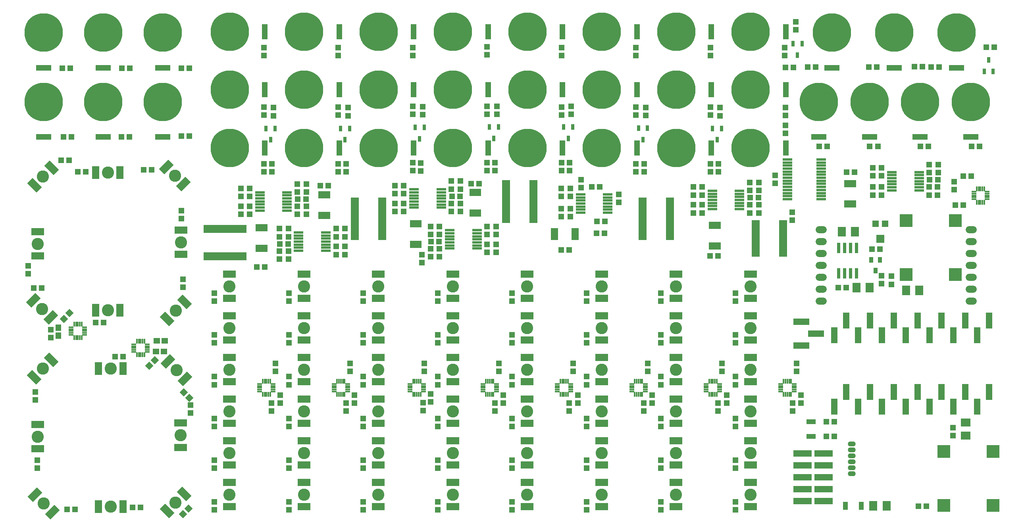
<source format=gbr>
G04 DipTrace 3.3.1.1*
G04 BottomMask.gbr*
%MOIN*%
G04 #@! TF.FileFunction,Soldermask,Bot*
G04 #@! TF.Part,Single*
%AMOUTLINE1*
4,1,4,
0.025591,0.023622,
0.025591,-0.023622,
-0.025591,-0.023622,
-0.025591,0.023622,
0.025591,0.023622,
0*%
%AMOUTLINE4*
4,1,4,
0.023622,-0.025591,
-0.023622,-0.025591,
-0.023622,0.025591,
0.023622,0.025591,
0.023622,-0.025591,
0*%
%AMOUTLINE7*
4,1,4,
-0.025591,-0.023622,
-0.025591,0.023622,
0.025591,0.023622,
0.025591,-0.023622,
-0.025591,-0.023622,
0*%
%AMOUTLINE10*
4,1,4,
-0.001392,-0.034799,
-0.034799,-0.001392,
0.001392,0.034799,
0.034799,0.001392,
-0.001392,-0.034799,
0*%
%AMOUTLINE13*
4,1,4,
0.034799,-0.001392,
0.001392,-0.034799,
-0.034799,0.001392,
-0.001392,0.034799,
0.034799,-0.001392,
0*%
%AMOUTLINE16*
4,1,4,
-0.034799,0.001392,
-0.001392,0.034799,
0.034799,-0.001392,
0.001392,-0.034799,
-0.034799,0.001392,
0*%
%AMOUTLINE25*
4,1,4,
-0.016703,-0.061245,
-0.061245,-0.016703,
0.016703,0.061245,
0.061245,0.016703,
-0.016703,-0.061245,
0*%
%AMOUTLINE28*
4,1,16,
0.013239,-0.007874,
0.016257,-0.007185,
0.019029,-0.004972,
0.020571,-0.001777,
0.020571,0.001777,
0.019029,0.004972,
0.016257,0.007185,
0.013239,0.007874,
-0.013239,0.007874,
-0.016257,0.007185,
-0.019029,0.004972,
-0.020571,0.001777,
-0.020571,-0.001777,
-0.019029,-0.004972,
-0.016257,-0.007185,
-0.013239,-0.007874,
0.013239,-0.007874,
0*%
%AMOUTLINE31*
4,1,16,
0.007874,0.013239,
0.007185,0.016257,
0.004972,0.019029,
0.001777,0.020571,
-0.001777,0.020571,
-0.004972,0.019029,
-0.007185,0.016257,
-0.007874,0.013239,
-0.007874,-0.013239,
-0.007185,-0.016257,
-0.004972,-0.019029,
-0.001777,-0.020571,
0.001777,-0.020571,
0.004972,-0.019029,
0.007185,-0.016257,
0.007874,-0.013239,
0.007874,0.013239,
0*%
%AMOUTLINE253*
4,1,4,
-0.061245,0.016703,
-0.016703,0.061245,
0.061245,-0.016703,
0.016703,-0.061245,
-0.061245,0.016703,
0*%
%AMOUTLINE256*
4,1,4,
0.061245,-0.016703,
0.016703,-0.061245,
-0.061245,0.016703,
-0.016703,0.061245,
0.061245,-0.016703,
0*%
%ADD56C,0.102362*%
%ADD58C,0.102373*%
%ADD59C,0.10237*%
%ADD67R,0.062992X0.110236*%
%ADD69R,0.110236X0.062992*%
%ADD71O,0.015748X0.041339*%
%ADD73O,0.041339X0.015748*%
%ADD75R,0.057874X0.133071*%
%ADD77R,0.07874X0.023622*%
%ADD79R,0.031496X0.086614*%
%ADD81R,0.106299X0.106299*%
%ADD85O,0.066929X0.043307*%
%ADD87R,0.070866X0.066929*%
%ADD89R,0.055118X0.055118*%
%ADD91R,0.031496X0.047244*%
%ADD93R,0.033465X0.049213*%
%ADD95R,0.133071X0.057874*%
%ADD97R,0.152756X0.057874*%
%ADD99R,0.047244X0.125984*%
%ADD101R,0.125984X0.047244*%
%ADD105C,0.322835*%
%ADD107R,0.025591X0.065945*%
%ADD109R,0.062992X0.019685*%
%ADD111R,0.019685X0.062992*%
%ADD113R,0.019685X0.041339*%
%ADD115R,0.065945X0.025591*%
%ADD118O,0.094488X0.059055*%
%ADD120R,0.03937X0.070866*%
%ADD122R,0.051181X0.047244*%
%ADD124R,0.070866X0.07874*%
%ADD126R,0.047244X0.051181*%
%ADD128R,0.07874X0.070866*%
%ADD135OUTLINE1*%
%ADD138OUTLINE4*%
%ADD141OUTLINE7*%
%ADD144OUTLINE10*%
%ADD147OUTLINE13*%
%ADD150OUTLINE16*%
%ADD159OUTLINE25*%
%ADD162OUTLINE28*%
%ADD165OUTLINE31*%
%ADD387OUTLINE253*%
%ADD390OUTLINE256*%
%FSLAX26Y26*%
G04*
G70*
G90*
G75*
G01*
G04 BotMask*
%LPD*%
D128*
X-358021Y1056251D3*
Y1166487D3*
D126*
X-464272Y1056252D3*
Y1123181D3*
D124*
X-856890Y2276134D3*
X-746654D3*
D126*
X-980807Y2329037D3*
Y2395966D3*
D124*
X-1399606Y2769686D3*
X-1289370D3*
D122*
X-689272Y462501D3*
X-756201D3*
D124*
X-1133021Y468752D3*
X-1022785D3*
D126*
X-1958021Y3243751D3*
Y3176822D3*
D122*
X-1429528Y2301526D3*
X-1362598D3*
D126*
X-453346Y3122786D3*
Y3189715D3*
D122*
X-376772Y2993751D3*
X-443701D3*
D124*
X-1273228Y2301576D3*
X-1162992D3*
D126*
X-6153004Y1597276D3*
Y1664205D3*
X-5528004Y1597276D3*
Y1664205D3*
X-4903004Y1597276D3*
Y1664205D3*
X-4278004Y1597276D3*
Y1664205D3*
X-3653004Y1597276D3*
Y1664205D3*
X-3028004Y1597276D3*
Y1664205D3*
X-2403004Y1597276D3*
Y1664205D3*
X-1778004Y1597276D3*
Y1664205D3*
X-8042348Y1881462D3*
Y1948391D3*
D135*
X-7151772Y1854627D3*
X-7084843D3*
D126*
X-6115504Y1397276D3*
Y1330346D3*
X-5490504Y1397276D3*
Y1330346D3*
X-4851772Y1406251D3*
Y1339322D3*
X-4240504Y1397276D3*
Y1330346D3*
X-3615504Y1397276D3*
Y1330346D3*
X-2990504Y1397276D3*
Y1330346D3*
X-2365504Y1397276D3*
Y1330346D3*
X-1740504Y1397276D3*
Y1330346D3*
X-4923228Y2578741D3*
Y2511812D3*
D122*
X-3753986Y2618751D3*
X-3687056D3*
X-4510236Y3175001D3*
X-4443307D3*
X-2437056Y2568751D3*
X-2503986D3*
X-6243307Y2475000D3*
X-6310236D3*
X-5778987Y3156252D3*
X-5712058D3*
X-1358268Y3269686D3*
X-1291339D3*
X-4672736Y3068752D3*
X-4605807D3*
D126*
X-3271654Y3017718D3*
Y3084647D3*
D122*
X-4780807Y2687500D3*
X-4847736D3*
X-2166487Y3056252D3*
X-2099558D3*
X-5966486Y3043751D3*
X-5899556D3*
X-6049558Y2668751D3*
X-6116487D3*
X-659843Y3206252D3*
X-592913D3*
D138*
X-7979356Y1897210D3*
Y1964139D3*
D141*
X-7158022Y1762501D3*
X-7091093D3*
D120*
X-1234154Y467619D3*
X-1368012D3*
D118*
X-1570522Y2187500D3*
Y2287500D3*
Y2387500D3*
Y2487500D3*
Y2587500D3*
Y2687500D3*
Y2787500D3*
X-310680D3*
Y2687500D3*
Y2587500D3*
Y2487500D3*
Y2387500D3*
Y2287500D3*
Y2187500D3*
D115*
X-1889764Y2854332D3*
Y2828741D3*
Y2803151D3*
Y2777560D3*
Y2751970D3*
Y2726379D3*
Y2700789D3*
Y2675198D3*
Y2649608D3*
Y2624017D3*
Y2598427D3*
Y2572836D3*
X-2121102D3*
Y2598427D3*
Y2624017D3*
Y2649608D3*
Y2675198D3*
Y2700789D3*
Y2726379D3*
Y2751970D3*
Y2777560D3*
Y2803151D3*
Y2828741D3*
Y2854332D3*
D113*
X-1626772Y1050001D3*
X-1646457D3*
X-1666142D3*
X-1685827D3*
Y1174017D3*
X-1666142D3*
X-1646457D3*
X-1626772D3*
D111*
X-4937402Y2663387D3*
X-4957087D3*
X-4976772D3*
X-4996457D3*
X-5016142D3*
Y2836615D3*
X-4996457D3*
X-4976772D3*
X-4957087D3*
X-4937402D3*
D109*
X-3811024Y2710631D3*
Y2730316D3*
Y2750001D3*
Y2769686D3*
Y2789371D3*
X-3637795D3*
Y2769686D3*
Y2750001D3*
Y2730316D3*
Y2710631D3*
D111*
X-4516142Y3099114D3*
X-4496457D3*
X-4476772D3*
X-4457087D3*
X-4437402D3*
Y2925886D3*
X-4457087D3*
X-4476772D3*
X-4496457D3*
X-4516142D3*
X-2424902Y2650888D3*
X-2444587D3*
X-2464272D3*
X-2483957D3*
X-2503642D3*
Y2824117D3*
X-2483957D3*
X-2464272D3*
X-2444587D3*
X-2424902D3*
X-6231151Y2632138D3*
X-6250836D3*
X-6270521D3*
X-6290206D3*
X-6309891D3*
Y2805366D3*
X-6290206D3*
X-6270521D3*
X-6250836D3*
X-6231151D3*
X-5784892Y3080365D3*
X-5765207D3*
X-5745522D3*
X-5725837D3*
X-5706152D3*
Y2907136D3*
X-5725837D3*
X-5745522D3*
X-5765207D3*
X-5784892D3*
X-1368260Y3175642D3*
X-1348575D3*
X-1328890D3*
X-1309205D3*
X-1289520D3*
Y3002413D3*
X-1309205D3*
X-1328890D3*
X-1348575D3*
X-1368260D3*
D115*
X-5489272Y2712501D3*
Y2738092D3*
Y2763682D3*
Y2789273D3*
Y2814864D3*
Y2840454D3*
Y2866045D3*
Y2891635D3*
Y2917226D3*
Y2942816D3*
Y2968407D3*
Y2993997D3*
Y3019588D3*
Y3045178D3*
X-5257933D3*
Y3019588D3*
Y2993997D3*
Y2968407D3*
Y2942816D3*
Y2917226D3*
Y2891635D3*
Y2866045D3*
Y2840454D3*
Y2814864D3*
Y2789273D3*
Y2763682D3*
Y2738092D3*
Y2712501D3*
X-4218504Y2858269D3*
Y2883860D3*
Y2909450D3*
Y2935041D3*
Y2960631D3*
Y2986222D3*
Y3011812D3*
Y3037403D3*
Y3062993D3*
Y3088584D3*
Y3114175D3*
Y3139765D3*
Y3165356D3*
Y3190946D3*
X-3987165D3*
Y3165356D3*
Y3139765D3*
Y3114175D3*
Y3088584D3*
Y3062993D3*
Y3037403D3*
Y3011812D3*
Y2986222D3*
Y2960631D3*
Y2935041D3*
Y2909450D3*
Y2883860D3*
Y2858269D3*
X-3072835Y2712600D3*
Y2738190D3*
Y2763781D3*
Y2789371D3*
Y2814962D3*
Y2840552D3*
Y2866143D3*
Y2891734D3*
Y2917324D3*
Y2942915D3*
Y2968505D3*
Y2994096D3*
Y3019686D3*
Y3045277D3*
X-2841496D3*
Y3019686D3*
Y2994096D3*
Y2968505D3*
Y2942915D3*
Y2917324D3*
Y2891734D3*
Y2866143D3*
Y2840552D3*
Y2814962D3*
Y2789371D3*
Y2763781D3*
Y2738190D3*
Y2712600D3*
D107*
X-6745521Y2793751D3*
X-6719930D3*
X-6694340D3*
X-6668749D3*
X-6643159D3*
X-6617568D3*
X-6591978D3*
X-6566387D3*
X-6540797D3*
X-6515206D3*
X-6489615D3*
X-6464025D3*
X-6438434D3*
X-6412844D3*
Y2562412D3*
X-6438434D3*
X-6464025D3*
X-6489615D3*
X-6515206D3*
X-6540797D3*
X-6566387D3*
X-6591978D3*
X-6617568D3*
X-6643159D3*
X-6668749D3*
X-6694340D3*
X-6719930D3*
X-6745521D3*
D105*
X-1590354Y3862206D3*
D101*
Y3566930D3*
D105*
X-740353Y3862206D3*
D101*
Y3566930D3*
D105*
X-8101772Y4442915D3*
D101*
Y4147639D3*
D105*
Y3862206D3*
D101*
Y3566930D3*
D105*
X-7601772Y4442915D3*
D101*
Y4147639D3*
D105*
Y3862206D3*
D101*
Y3566930D3*
D105*
X-6539272Y3962501D3*
D99*
X-6243996D3*
D105*
X-5914272D3*
D99*
X-5618996D3*
D105*
X-5289272D3*
D99*
X-4993996D3*
D105*
X-4664272D3*
D99*
X-4368996D3*
D105*
X-6539272Y4450001D3*
D99*
X-6243996D3*
D105*
X-5914272D3*
D99*
X-5618996D3*
D105*
X-5289272D3*
D99*
X-4993996D3*
D105*
X-4664272D3*
D99*
X-4368996D3*
D105*
X-1165354Y3862206D3*
D101*
Y3566930D3*
D105*
X-315353Y3862206D3*
D101*
Y3566930D3*
D105*
X-1480118Y4442915D3*
D101*
Y4147639D3*
D105*
X-956693Y4442915D3*
D101*
Y4147639D3*
D105*
X-7101772Y4442915D3*
D101*
Y4147639D3*
D105*
Y3862206D3*
D101*
Y3566930D3*
D105*
X-4039272Y3962501D3*
D99*
X-3743996D3*
D105*
X-3414272D3*
D99*
X-3118996D3*
D105*
X-2789272D3*
D99*
X-2493996D3*
D105*
X-2164272D3*
D99*
X-1868996D3*
D105*
X-4039272Y4450001D3*
D99*
X-3743996D3*
D105*
X-3414272D3*
D99*
X-3118996D3*
D105*
X-2789272D3*
D99*
X-2493996D3*
D105*
X-2164272D3*
D99*
X-1868996D3*
D105*
X-6539272Y3475001D3*
D99*
X-6243996D3*
D105*
X-5914272D3*
D99*
X-5618996D3*
D105*
X-5289272D3*
D99*
X-4993996D3*
D105*
X-4664272D3*
D99*
X-4368996D3*
D105*
X-4039272D3*
D99*
X-3743996D3*
D105*
X-3414272D3*
D99*
X-3118996D3*
D105*
X-2789272D3*
D99*
X-2493996D3*
D105*
X-2164272D3*
D99*
X-1868996D3*
D105*
X-433268Y4442915D3*
D101*
Y4147639D3*
D97*
X-1551770Y906252D3*
Y806252D3*
Y706252D3*
Y606252D3*
Y506252D3*
X-1726573D3*
Y606252D3*
Y706252D3*
Y806252D3*
Y906252D3*
D95*
X-1739272Y2012501D3*
X-1614075Y1912501D3*
X-1739272Y1812501D3*
D93*
X-1151575Y2533466D3*
X-1076772D3*
X-1114173Y2442915D3*
D91*
X-6233021Y3637501D3*
X-6157824D3*
X-6195423Y3543013D3*
X-5608021Y3637501D3*
X-5532824D3*
X-5570423Y3543013D3*
X-4980806Y3645967D3*
X-4905609D3*
X-4943207Y3551479D3*
X-4358021Y3650001D3*
X-4282824D3*
X-4320423Y3555513D3*
X-3733021Y3650001D3*
X-3657824D3*
X-3695423Y3555513D3*
X-3105807Y3639717D3*
X-3030610D3*
X-3068209Y3545228D3*
X-2483022Y3637501D3*
X-2407825D3*
X-2445424Y3543013D3*
X-1808021Y4350001D3*
X-1732824D3*
X-1770423Y4255513D3*
X-126772Y4118752D3*
X-201969D3*
X-164370Y4213240D3*
D122*
X-1814272Y2868751D3*
Y2935680D3*
D126*
X-1526772Y1050001D3*
X-1459843D3*
X-1526772Y1175001D3*
X-1459843D3*
D122*
X-6251772Y3275001D3*
Y3341930D3*
X-5626772Y3275001D3*
Y3341930D3*
X-5001772Y3283072D3*
Y3350001D3*
X-4376772Y3283072D3*
Y3350001D3*
X-1064961Y2332678D3*
Y2399608D3*
D126*
X-1145669Y2624017D3*
X-1078740D3*
X-378543Y3238928D3*
X-311614D3*
D122*
X-3751772Y3283072D3*
Y3350001D3*
X-3126772Y3275001D3*
Y3341930D3*
X-2501772Y3275001D3*
Y3341930D3*
X-1870079Y3665356D3*
Y3598427D3*
D126*
X-647244Y4155415D3*
X-580315D3*
X-1521259Y3487895D3*
X-1588188D3*
X-671259D3*
X-738188D3*
X-7876772Y4144096D3*
X-7943701D3*
X-7868307Y3566537D3*
X-7935236D3*
X-7376772Y4144096D3*
X-7443701D3*
X-7380807Y3566537D3*
X-7447736D3*
D122*
X-6251772Y3750001D3*
Y3816930D3*
X-5626772Y3750001D3*
Y3816930D3*
X-5001772Y3758072D3*
Y3825001D3*
X-4376772Y3758072D3*
Y3825001D3*
X-6251772Y4250001D3*
Y4316930D3*
X-5626772Y4250001D3*
Y4316930D3*
X-5001772Y4250001D3*
Y4316930D3*
X-4376772Y4258072D3*
Y4325001D3*
D126*
X-1096259Y3487895D3*
X-1163188D3*
X-240008Y3487894D3*
X-306937D3*
X-1686024Y4155415D3*
X-1619094D3*
X-1170669D3*
X-1103740D3*
X-6876772Y4144096D3*
X-6943701D3*
X-6876772Y3575001D3*
X-6943701D3*
D122*
X-3751772Y3750001D3*
Y3816930D3*
X-3126772Y3750001D3*
Y3816930D3*
X-2501772Y3750001D3*
Y3816930D3*
X-1872047Y3748033D3*
Y3814962D3*
X-3751772Y4250001D3*
Y4316930D3*
X-3126772Y4250001D3*
Y4316930D3*
X-2501772Y4250001D3*
Y4316930D3*
X-1876772Y4250001D3*
Y4316930D3*
X-4676772Y2941537D3*
Y3008466D3*
D126*
X-3387795Y2858269D3*
X-3454724D3*
D122*
X-4776772Y2814715D3*
Y2747786D3*
X-2170521Y2929038D3*
Y2995967D3*
X-5970521Y2916535D3*
Y2983465D3*
X-6045521Y2795966D3*
Y2729037D3*
X-663878Y3079037D3*
Y3145966D3*
X-4601772Y3008466D3*
Y2941537D3*
D126*
X-3456693Y2755907D3*
X-3389764D3*
D122*
X-4851772Y2747786D3*
Y2814715D3*
X-2095521Y2995967D3*
Y2929038D3*
X-5895522Y2983465D3*
Y2916535D3*
X-6120521Y2729037D3*
Y2795966D3*
X-595129Y3145966D3*
Y3079037D3*
X-6186469Y1263811D3*
Y1330740D3*
X-5561469Y1263811D3*
Y1330740D3*
X-4914272Y1268749D3*
Y1335678D3*
X-4311469Y1263811D3*
Y1330740D3*
X-3686469Y1263811D3*
Y1330740D3*
X-3061469Y1263811D3*
Y1330740D3*
X-2436469Y1263811D3*
Y1330740D3*
X-1811469Y1263811D3*
Y1330740D3*
X-6667571Y434430D3*
Y501360D3*
X-6042571Y434430D3*
Y501360D3*
X-5417571Y434430D3*
Y501360D3*
X-4792571Y434430D3*
Y501360D3*
X-4167571Y434430D3*
Y501360D3*
X-3542571Y434430D3*
Y501360D3*
X-2917571Y434430D3*
Y501360D3*
X-2292571Y434430D3*
Y501360D3*
X-6667571Y784844D3*
Y851773D3*
X-6042571Y784844D3*
Y851773D3*
X-5417571Y784844D3*
Y851773D3*
X-4792571Y784844D3*
Y851773D3*
X-4167571Y784844D3*
Y851773D3*
X-3542571Y784844D3*
Y851773D3*
X-2917571Y784844D3*
Y851773D3*
X-2292571Y784844D3*
Y851773D3*
X-6667571Y1135257D3*
Y1202186D3*
X-6042571Y1135257D3*
Y1202186D3*
X-5417571Y1135257D3*
Y1202186D3*
X-4792571Y1135257D3*
Y1202186D3*
X-4167571Y1135257D3*
Y1202186D3*
X-3542571Y1135257D3*
Y1202186D3*
X-2917571Y1135257D3*
Y1202186D3*
X-2292571Y1135257D3*
Y1202186D3*
X-6667571Y1485671D3*
Y1552600D3*
X-6042571Y1485671D3*
Y1552600D3*
X-5417571Y1485671D3*
Y1552600D3*
X-4792571Y1485671D3*
Y1552600D3*
X-4167571Y1485671D3*
Y1552600D3*
X-3542571Y1485671D3*
Y1552600D3*
X-2917571Y1485671D3*
Y1552600D3*
X-2292571Y1485671D3*
Y1552600D3*
X-6667571Y1836084D3*
Y1903013D3*
X-6042571Y1836084D3*
Y1903013D3*
X-5417571Y1836084D3*
Y1903013D3*
X-4792571Y1836084D3*
Y1903013D3*
X-4167571Y1836084D3*
Y1903013D3*
X-3542571Y1836084D3*
Y1903013D3*
X-2917571Y1836084D3*
Y1903013D3*
X-2292571Y1836084D3*
Y1903013D3*
X-6667571Y2186497D3*
Y2253427D3*
X-6042571Y2186497D3*
Y2253427D3*
X-5417571Y2186497D3*
Y2253427D3*
X-4792571Y2186497D3*
Y2253427D3*
X-4167571Y2186497D3*
Y2253427D3*
X-3542571Y2186497D3*
Y2253427D3*
X-2917571Y2186497D3*
Y2253427D3*
X-2292571Y2186497D3*
Y2253427D3*
X-6930143Y2371619D3*
Y2304690D3*
X-8170169Y1358029D3*
Y1424958D3*
D126*
X-7597466Y2007446D3*
X-7664395D3*
X-7502846Y1722202D3*
X-7435917D3*
X-8117151Y2298785D3*
X-8184080D3*
D144*
X-6876772Y1375000D3*
X-6924097Y1422325D3*
D122*
X-8231324Y2416895D3*
Y2483824D3*
X-6868988Y1312753D3*
Y1245824D3*
D126*
X-7814001Y3275163D3*
X-7747072D3*
X-7286311Y454486D3*
X-7353240D3*
X-7262820Y3290911D3*
X-7195891D3*
X-7837492Y438738D3*
X-7904421D3*
X-7888804Y3369651D3*
X-7955734D3*
D147*
X-6885129Y445416D3*
X-6932454Y398091D3*
D122*
X-6945891Y2946423D3*
Y2879493D3*
X-8154421Y783226D3*
Y850155D3*
X-5076772Y2941537D3*
Y3008466D3*
X-3678346Y2898378D3*
Y2965307D3*
X-4376772Y2814715D3*
Y2747786D3*
X-2570521Y2929038D3*
Y2995967D3*
X-6370521Y2916535D3*
Y2983465D3*
X-5645521Y2795966D3*
Y2729037D3*
X-1063878Y3079037D3*
Y3145966D3*
X-5151772Y3008466D3*
Y2941537D3*
X-3753346Y2965307D3*
Y2898378D3*
X-4301772Y2747786D3*
Y2814715D3*
X-2645522Y2995967D3*
Y2929038D3*
X-6445521Y2983465D3*
Y2916535D3*
X-5570522Y2729037D3*
Y2795966D3*
X-1138878Y3145966D3*
Y3079037D3*
X-5076772Y3158466D3*
Y3091537D3*
X-3678346Y3134056D3*
Y3067127D3*
X-4376772Y2597786D3*
Y2664715D3*
X-2570521Y3145967D3*
Y3079038D3*
X-6370521Y3133465D3*
Y3066535D3*
X-5645521Y2579037D3*
Y2645966D3*
X-1063878Y3308466D3*
Y3241537D3*
X-6170522Y3745572D3*
Y3812501D3*
X-5545524Y3745572D3*
Y3812501D3*
X-4918307Y3754038D3*
Y3820967D3*
X-4295524Y3758072D3*
Y3825001D3*
X-3670524Y3758072D3*
Y3825001D3*
X-3043307Y3747787D3*
Y3814717D3*
X-2420522Y3745572D3*
Y3812501D3*
X-1783021Y4468752D3*
Y4535681D3*
D126*
X-118307Y4320966D3*
X-185236D3*
D122*
X-6185236Y3272786D3*
Y3339715D3*
X-5560238Y3272786D3*
Y3339715D3*
X-4933021Y3281252D3*
Y3348181D3*
X-4310236Y3285286D3*
Y3352215D3*
X-3685236Y3285286D3*
Y3352215D3*
X-3058021Y3275001D3*
Y3341930D3*
X-2435236Y3272786D3*
Y3339715D3*
D126*
X-1870522Y4150001D3*
X-1803593D3*
X-789272Y4156252D3*
X-722343D3*
D122*
X-5151772Y3091537D3*
Y3158466D3*
X-3753346Y3067127D3*
Y3134056D3*
X-4301772Y2664715D3*
Y2597786D3*
X-2645522Y3079038D3*
Y3145967D3*
X-6445521Y3066535D3*
Y3133465D3*
X-5570522Y2579037D3*
Y2645966D3*
X-1138878Y3241537D3*
Y3308466D3*
X-4676772Y3195966D3*
Y3129037D3*
D126*
X-3431102Y3147639D3*
X-3498031D3*
D122*
X-4776772Y2560285D3*
Y2627214D3*
X-2170521Y3183466D3*
Y3116537D3*
X-5970521Y3170966D3*
Y3104037D3*
X-6045521Y2541537D3*
Y2608466D3*
X-663878Y3333466D3*
Y3266537D3*
X-4601772Y3129037D3*
Y3195966D3*
X-3588583Y3139765D3*
Y3206694D3*
X-4851772Y2627214D3*
Y2560285D3*
X-2095521Y3116537D3*
Y3183466D3*
X-5895522Y3104037D3*
Y3170966D3*
X-6120521Y2608466D3*
Y2541537D3*
X-588878Y3266537D3*
Y3333466D3*
D150*
X-7932112Y2038942D3*
X-7884786Y2086268D3*
X-7168201Y1690706D3*
X-7215526Y1643381D3*
D89*
X-1114272Y2837501D3*
D87*
X-1074902Y2710729D3*
D89*
X-1035531Y2837462D3*
D85*
X-1314272Y737500D3*
Y787500D3*
Y837500D3*
Y887500D3*
Y937500D3*
Y987500D3*
D81*
X-126772Y925000D3*
X-540157D3*
Y472244D3*
X-126772D3*
D79*
X-1423228Y2633860D3*
X-1373228D3*
X-1323228D3*
X-1273228D3*
Y2421261D3*
X-1323228D3*
X-1373228D3*
X-1423228D3*
D81*
X-445521Y2862501D3*
X-858907D3*
Y2409745D3*
X-445521D3*
D77*
X-1854970Y3044539D3*
Y3070130D3*
Y3095720D3*
Y3121311D3*
Y3146902D3*
Y3172492D3*
Y3198083D3*
Y3223673D3*
Y3249264D3*
Y3274854D3*
Y3300445D3*
Y3326035D3*
Y3351626D3*
Y3377217D3*
X-1571497D3*
X-1571505Y3351626D3*
Y3326035D3*
Y3300445D3*
Y3274854D3*
Y3249264D3*
Y3223673D3*
Y3198083D3*
Y3172492D3*
Y3146902D3*
Y3121311D3*
Y3095720D3*
Y3070130D3*
Y3044539D3*
D75*
X-161664Y1424165D3*
X-261655Y1299146D3*
X-361655Y1424146D3*
X-461655Y1299146D3*
X-561655Y1424146D3*
X-661655Y1299146D3*
X-761655Y1424146D3*
X-861655Y1299146D3*
X-961655Y1424146D3*
X-1061655Y1299146D3*
X-1161655Y1424146D3*
X-1261655Y1299146D3*
X-1361655Y1424146D3*
X-1461664Y1299165D3*
X-1461655Y1899146D3*
X-1361655Y2024146D3*
X-1261655Y1899146D3*
X-1161655Y2024146D3*
X-1061655Y1899146D3*
X-961655Y2024146D3*
X-861655Y1899146D3*
X-761655Y2024146D3*
X-661655Y1899146D3*
X-561655Y2024146D3*
X-461655Y1899146D3*
X-361655Y2024146D3*
X-261655Y1899146D3*
X-161664Y2024165D3*
D73*
X-289272Y3043751D3*
Y3059499D3*
Y3075247D3*
Y3090995D3*
Y3106743D3*
D71*
X-264469Y3131546D3*
X-248720D3*
X-232972D3*
X-217224D3*
X-201476D3*
D73*
X-176673Y3106743D3*
Y3090995D3*
Y3075247D3*
Y3059499D3*
Y3043751D3*
D71*
X-201476Y3018948D3*
X-217224D3*
X-232972D3*
X-248720D3*
X-264469D3*
D56*
X-6540849Y1612033D3*
D69*
Y1714401D3*
Y1509676D3*
D56*
X-5915849Y1612033D3*
D69*
Y1714401D3*
Y1509676D3*
D56*
X-5290849Y1612033D3*
D69*
Y1714401D3*
Y1509676D3*
D56*
X-4665849Y1612033D3*
D69*
Y1714401D3*
Y1509676D3*
D56*
X-4040849Y1612033D3*
D69*
Y1714401D3*
Y1509676D3*
D56*
X-3415849Y1612033D3*
D69*
Y1714401D3*
Y1509676D3*
D56*
X-2790849Y1612033D3*
D69*
Y1714401D3*
Y1509676D3*
D56*
X-2165849Y1612033D3*
D69*
Y1714401D3*
Y1509676D3*
D56*
X-6540849Y1262033D3*
D69*
Y1364401D3*
Y1159676D3*
D56*
X-5915849Y1262033D3*
D69*
Y1364401D3*
Y1159676D3*
D56*
X-5290849Y1262033D3*
D69*
Y1364401D3*
Y1159676D3*
D56*
X-4665849Y1262033D3*
D69*
Y1364401D3*
Y1159676D3*
D56*
X-4040849Y1262033D3*
D69*
Y1364401D3*
Y1159676D3*
D56*
X-3415849Y1262033D3*
D69*
Y1364401D3*
Y1159676D3*
D56*
X-2790849Y1262033D3*
D69*
Y1364401D3*
Y1159676D3*
D56*
X-2165849Y1262033D3*
D69*
Y1364401D3*
Y1159676D3*
D56*
X-6540849Y912033D3*
D69*
Y1014401D3*
Y809676D3*
D56*
X-5915849Y912033D3*
D69*
Y1014401D3*
Y809676D3*
D56*
X-5290849Y912033D3*
D69*
Y1014401D3*
Y809676D3*
D56*
X-4665849Y912033D3*
D69*
Y1014401D3*
Y809676D3*
D56*
X-4040849Y912033D3*
D69*
Y1014401D3*
Y809676D3*
D56*
X-3415849Y912033D3*
D69*
Y1014401D3*
Y809676D3*
D56*
X-2790849Y912033D3*
D69*
Y1014401D3*
Y809676D3*
D56*
X-2165849Y912033D3*
D69*
Y1014401D3*
Y809676D3*
D56*
X-6540849Y562033D3*
D69*
Y664401D3*
Y459676D3*
D56*
X-5915849Y562033D3*
D69*
Y664401D3*
Y459676D3*
D56*
X-5290849Y562033D3*
D69*
Y664401D3*
Y459676D3*
D56*
X-4665849Y562033D3*
D69*
Y664401D3*
Y459676D3*
D56*
X-4040849Y562033D3*
D69*
Y664401D3*
Y459676D3*
D56*
X-3415849Y562033D3*
D69*
Y664401D3*
Y459676D3*
D56*
X-2790849Y562033D3*
D69*
Y664401D3*
Y459676D3*
D56*
X-2165849Y562033D3*
D69*
Y664401D3*
Y459676D3*
D56*
X-8150157Y2668461D3*
D69*
Y2566093D3*
Y2770817D3*
D56*
X-6950155Y1061188D3*
D69*
Y1163555D3*
Y958831D3*
D58*
X-8114721Y2121618D3*
D159*
X-8187101Y2193999D3*
X-8042339Y2049236D3*
D58*
X-6985592Y1608030D3*
D159*
X-6913211Y1535650D3*
X-7057974Y1680412D3*
D59*
X-7562026Y2109807D3*
D67*
X-7664394D3*
X-7459670D3*
D59*
X-7538286Y1619841D3*
D67*
X-7435918D3*
X-7640643D3*
D162*
X-7869856Y1905084D3*
Y1920832D3*
Y1936580D3*
Y1952328D3*
Y1968076D3*
D165*
X-7845052Y1992879D3*
X-7829304D3*
X-7813556D3*
X-7797808D3*
X-7782060D3*
D162*
X-7757257Y1968076D3*
Y1952328D3*
Y1936580D3*
Y1920832D3*
Y1905084D3*
D165*
X-7782060Y1880281D3*
X-7797808D3*
X-7813556D3*
X-7829304D3*
X-7845052D3*
D162*
X-7230509Y1824564D3*
Y1808816D3*
Y1793068D3*
Y1777320D3*
Y1761572D3*
D165*
X-7255312Y1736769D3*
X-7271060D3*
X-7286808D3*
X-7302556D3*
X-7318304D3*
D162*
X-7343108Y1761572D3*
Y1777320D3*
Y1793068D3*
Y1808816D3*
Y1824564D3*
D165*
X-7318304Y1849367D3*
X-7302556D3*
X-7286808D3*
X-7271060D3*
X-7255312D3*
D58*
X-6991170Y2108294D3*
D387*
X-6918790Y2180675D3*
X-7063552Y2035912D3*
D58*
X-8109142Y1621354D3*
D387*
X-8181522Y1548974D3*
X-8036760Y1693736D3*
D56*
X-6947860Y2681470D3*
D69*
Y2783838D3*
Y2579113D3*
D56*
X-8152453Y1048178D3*
D69*
Y945811D3*
Y1150535D3*
D58*
X-8106854Y3234278D3*
D390*
X-8034474Y3306659D3*
X-8179236Y3161896D3*
D58*
X-6993458Y495370D3*
D390*
X-7065839Y422990D3*
X-6921076Y567752D3*
D58*
X-6999037Y3242153D3*
D159*
X-7071417Y3314533D3*
X-6926655Y3169770D3*
D58*
X-8101275Y487496D3*
D159*
X-8028895Y415115D3*
X-8173657Y559878D3*
D59*
X-7562026Y3267289D3*
D67*
X-7664394D3*
X-7459670D3*
D59*
X-7538286Y462360D3*
D67*
X-7435918D3*
X-7640643D3*
D73*
X-6173822Y1490681D3*
Y1474933D3*
Y1459185D3*
Y1443437D3*
Y1427689D3*
D71*
X-6198625Y1402886D3*
X-6214373D3*
X-6230121D3*
X-6245869D3*
X-6261617D3*
D73*
X-6286420Y1427689D3*
Y1443437D3*
Y1459185D3*
Y1474933D3*
Y1490681D3*
D71*
X-6261617Y1515484D3*
X-6245869D3*
X-6230121D3*
X-6214373D3*
X-6198625D3*
D73*
X-5548822Y1490681D3*
Y1474933D3*
Y1459185D3*
Y1443437D3*
Y1427689D3*
D71*
X-5573625Y1402886D3*
X-5589373D3*
X-5605121D3*
X-5620869D3*
X-5636617D3*
D73*
X-5661420Y1427689D3*
Y1443437D3*
Y1459185D3*
Y1474933D3*
Y1490681D3*
D71*
X-5636617Y1515484D3*
X-5620869D3*
X-5605121D3*
X-5589373D3*
X-5573625D3*
D73*
X-4911322Y1490681D3*
Y1474933D3*
Y1459185D3*
Y1443437D3*
Y1427689D3*
D71*
X-4936125Y1402886D3*
X-4951873D3*
X-4967621D3*
X-4983369D3*
X-4999117D3*
D73*
X-5023920Y1427689D3*
Y1443437D3*
Y1459185D3*
Y1474933D3*
Y1490681D3*
D71*
X-4999117Y1515484D3*
X-4983369D3*
X-4967621D3*
X-4951873D3*
X-4936125D3*
D73*
X-4298822Y1490681D3*
Y1474933D3*
Y1459185D3*
Y1443437D3*
Y1427689D3*
D71*
X-4323625Y1402886D3*
X-4339373D3*
X-4355121D3*
X-4370869D3*
X-4386617D3*
D73*
X-4411420Y1427689D3*
Y1443437D3*
Y1459185D3*
Y1474933D3*
Y1490681D3*
D71*
X-4386617Y1515484D3*
X-4370869D3*
X-4355121D3*
X-4339373D3*
X-4323625D3*
D73*
X-3673822Y1490681D3*
Y1474933D3*
Y1459185D3*
Y1443437D3*
Y1427689D3*
D71*
X-3698625Y1402886D3*
X-3714373D3*
X-3730121D3*
X-3745869D3*
X-3761617D3*
D73*
X-3786420Y1427689D3*
Y1443437D3*
Y1459185D3*
Y1474933D3*
Y1490681D3*
D71*
X-3761617Y1515484D3*
X-3745869D3*
X-3730121D3*
X-3714373D3*
X-3698625D3*
D73*
X-3048822Y1490681D3*
Y1474933D3*
Y1459185D3*
Y1443437D3*
Y1427689D3*
D71*
X-3073625Y1402886D3*
X-3089373D3*
X-3105121D3*
X-3120869D3*
X-3136617D3*
D73*
X-3161420Y1427689D3*
Y1443437D3*
Y1459185D3*
Y1474933D3*
Y1490681D3*
D71*
X-3136617Y1515484D3*
X-3120869D3*
X-3105121D3*
X-3089373D3*
X-3073625D3*
D73*
X-2423822Y1490681D3*
Y1474933D3*
Y1459185D3*
Y1443437D3*
Y1427689D3*
D71*
X-2448625Y1402886D3*
X-2464373D3*
X-2480121D3*
X-2495869D3*
X-2511617D3*
D73*
X-2536420Y1427689D3*
Y1443437D3*
Y1459185D3*
Y1474933D3*
Y1490681D3*
D71*
X-2511617Y1515484D3*
X-2495869D3*
X-2480121D3*
X-2464373D3*
X-2448625D3*
D73*
X-1798822Y1490681D3*
Y1474933D3*
Y1459185D3*
Y1443437D3*
Y1427689D3*
D71*
X-1823625Y1402886D3*
X-1839373D3*
X-1855121D3*
X-1870869D3*
X-1886617D3*
D73*
X-1911420Y1427689D3*
Y1443437D3*
Y1459185D3*
Y1474933D3*
Y1490681D3*
D71*
X-1886617Y1515484D3*
X-1870869D3*
X-1855121D3*
X-1839373D3*
X-1823625D3*
D77*
X-4990945Y2973230D3*
Y2998820D3*
Y3024411D3*
Y3050001D3*
Y3075592D3*
Y3101182D3*
X-4990937Y3126773D3*
X-4762598D3*
Y3101182D3*
Y3075592D3*
Y3050001D3*
Y3024411D3*
Y2998820D3*
Y2973230D3*
X-3592520Y2931104D3*
Y2956694D3*
Y2982285D3*
Y3007875D3*
Y3033466D3*
Y3059056D3*
X-3592512Y3084647D3*
X-3364173D3*
Y3059056D3*
Y3033466D3*
Y3007875D3*
Y2982285D3*
Y2956694D3*
Y2931104D3*
X-4462598Y2783022D3*
Y2757432D3*
Y2731841D3*
Y2706251D3*
Y2680660D3*
Y2655070D3*
X-4462606Y2629479D3*
X-4690945D3*
Y2655070D3*
Y2680660D3*
Y2706251D3*
Y2731841D3*
Y2757432D3*
Y2783022D3*
X-2484694Y2960730D3*
Y2986320D3*
Y3011911D3*
Y3037501D3*
Y3063092D3*
Y3088682D3*
X-2484686Y3114273D3*
X-2256348D3*
Y3088682D3*
Y3063092D3*
Y3037501D3*
Y3011911D3*
Y2986320D3*
Y2960730D3*
X-6284694Y2948230D3*
Y2973820D3*
Y2999411D3*
Y3025001D3*
Y3050592D3*
Y3076182D3*
X-6284686Y3101773D3*
X-6056348D3*
Y3076182D3*
Y3050592D3*
Y3025001D3*
Y2999411D3*
Y2973820D3*
Y2948230D3*
X-5731348Y2764273D3*
Y2738682D3*
Y2713092D3*
Y2687501D3*
Y2661911D3*
Y2636320D3*
X-5731356Y2610730D3*
X-5959694D3*
Y2636320D3*
Y2661911D3*
Y2687501D3*
Y2713092D3*
Y2738682D3*
Y2764273D3*
X-976378Y3118112D3*
Y3143702D3*
Y3169293D3*
Y3194883D3*
Y3220474D3*
Y3246064D3*
X-976370Y3271655D3*
X-748031D3*
Y3246064D3*
Y3220474D3*
Y3194883D3*
Y3169293D3*
Y3143702D3*
Y3118112D3*
D56*
X-6540849Y2312033D3*
D69*
Y2414401D3*
Y2209676D3*
D56*
X-5915849Y2312033D3*
D69*
Y2414401D3*
Y2209676D3*
D56*
X-5290849Y2312033D3*
D69*
Y2414401D3*
Y2209676D3*
D56*
X-4665849Y2312033D3*
D69*
Y2414401D3*
Y2209676D3*
D56*
X-4040849Y2312033D3*
D69*
Y2414401D3*
Y2209676D3*
D56*
X-3415849Y2312033D3*
D69*
Y2414401D3*
Y2209676D3*
D56*
X-2790849Y2312033D3*
D69*
Y2414401D3*
Y2209676D3*
D56*
X-2165849Y2312033D3*
D69*
Y2414401D3*
Y2209676D3*
D56*
X-6540849Y1962033D3*
D69*
Y2064401D3*
Y1859676D3*
D56*
X-5915849Y1962033D3*
D69*
Y2064401D3*
Y1859676D3*
D56*
X-5290849Y1962033D3*
D69*
Y2064401D3*
Y1859676D3*
D56*
X-4665849Y1962033D3*
D69*
Y2064401D3*
Y1859676D3*
D56*
X-4040849Y1962033D3*
D69*
Y2064401D3*
Y1859676D3*
D56*
X-3415849Y1962033D3*
D69*
Y2064401D3*
Y1859676D3*
D56*
X-2790849Y1962033D3*
D69*
Y2064401D3*
Y1859676D3*
D56*
X-2165849Y1962033D3*
D69*
Y2064401D3*
Y1859676D3*
M02*

</source>
